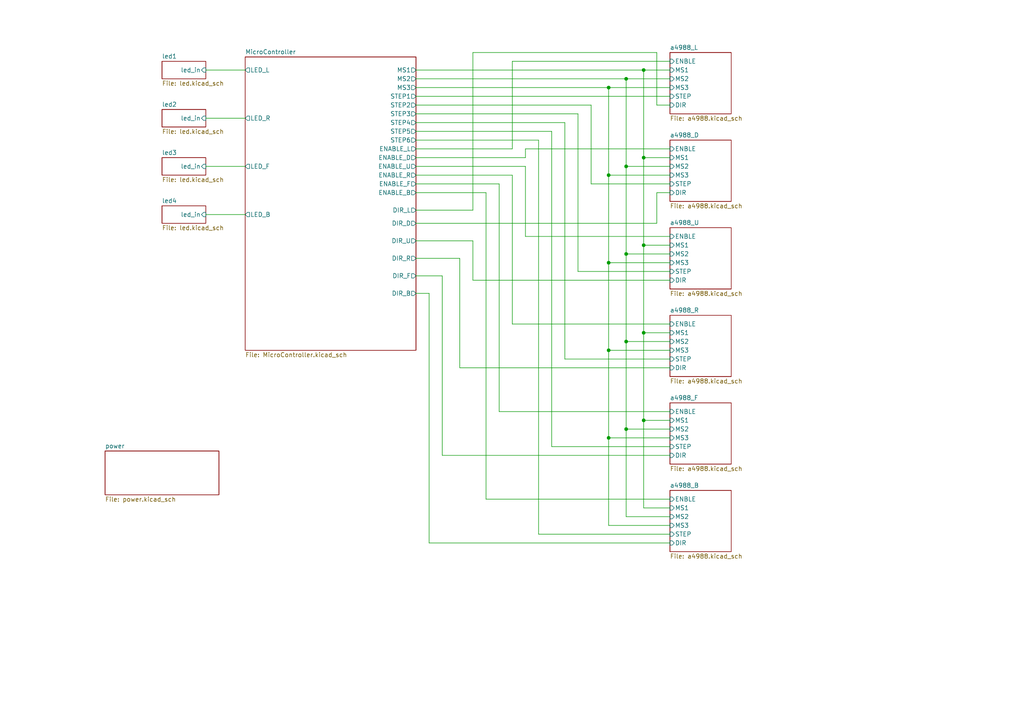
<source format=kicad_sch>
(kicad_sch
	(version 20231120)
	(generator "eeschema")
	(generator_version "8.0")
	(uuid "1630ca0c-51c9-4aeb-9f5b-af64c3de63e1")
	(paper "A4")
	(lib_symbols)
	(junction
		(at 176.53 101.6)
		(diameter 0)
		(color 0 0 0 0)
		(uuid "00db711d-017c-46c5-a552-748b9ee8d59f")
	)
	(junction
		(at 176.53 76.2)
		(diameter 0)
		(color 0 0 0 0)
		(uuid "0cc5e8e5-f01c-4d00-9459-d4c23bbfbfe6")
	)
	(junction
		(at 181.61 22.86)
		(diameter 0)
		(color 0 0 0 0)
		(uuid "0fd47ab1-63f9-4144-bea3-757d000bc36a")
	)
	(junction
		(at 176.53 25.4)
		(diameter 0)
		(color 0 0 0 0)
		(uuid "1b10d39f-ff63-4a0a-bab0-7476b572127a")
	)
	(junction
		(at 186.69 20.32)
		(diameter 0)
		(color 0 0 0 0)
		(uuid "6cd17bde-29e1-4cc9-ab0b-3ad10a4a1db8")
	)
	(junction
		(at 181.61 73.66)
		(diameter 0)
		(color 0 0 0 0)
		(uuid "785e9d48-79fa-4842-aa8a-ec0c0c7a434f")
	)
	(junction
		(at 176.53 127)
		(diameter 0)
		(color 0 0 0 0)
		(uuid "78b3cc23-d35e-41d6-b195-b87e95a85e24")
	)
	(junction
		(at 176.53 50.8)
		(diameter 0)
		(color 0 0 0 0)
		(uuid "80ef80ab-8c78-476d-9d29-e4a4c316a81d")
	)
	(junction
		(at 186.69 71.12)
		(diameter 0)
		(color 0 0 0 0)
		(uuid "8dde7ac6-9361-4772-9913-a194479d3fa9")
	)
	(junction
		(at 181.61 99.06)
		(diameter 0)
		(color 0 0 0 0)
		(uuid "97c9f9fb-4eb3-4cc2-9b9f-9ef2a85e6a8a")
	)
	(junction
		(at 186.69 121.92)
		(diameter 0)
		(color 0 0 0 0)
		(uuid "ad1f1022-fbd0-4f15-b998-60c4b7f80839")
	)
	(junction
		(at 186.69 45.72)
		(diameter 0)
		(color 0 0 0 0)
		(uuid "b54cb85a-c4c9-4ae6-865c-f906d804c559")
	)
	(junction
		(at 181.61 124.46)
		(diameter 0)
		(color 0 0 0 0)
		(uuid "c4ed2d3b-4504-477a-9f96-498f72de1c36")
	)
	(junction
		(at 186.69 96.52)
		(diameter 0)
		(color 0 0 0 0)
		(uuid "c976edf1-62a6-47cd-9c85-6fe59ac5f8e2")
	)
	(junction
		(at 181.61 48.26)
		(diameter 0)
		(color 0 0 0 0)
		(uuid "de885e5a-8978-4da6-80a4-d288d650720c")
	)
	(wire
		(pts
			(xy 156.21 40.64) (xy 156.21 154.94)
		)
		(stroke
			(width 0)
			(type default)
		)
		(uuid "03b45da7-f03d-4c79-a64e-964d5cb80830")
	)
	(wire
		(pts
			(xy 181.61 48.26) (xy 181.61 22.86)
		)
		(stroke
			(width 0)
			(type default)
		)
		(uuid "0505ce4e-c569-4550-82ac-6268fbacecdd")
	)
	(wire
		(pts
			(xy 194.31 22.86) (xy 181.61 22.86)
		)
		(stroke
			(width 0)
			(type default)
		)
		(uuid "0849c2e2-3dc5-402f-844e-6939548267fe")
	)
	(wire
		(pts
			(xy 176.53 50.8) (xy 176.53 25.4)
		)
		(stroke
			(width 0)
			(type default)
		)
		(uuid "08e508fb-fbb5-497f-b499-98cc685b284a")
	)
	(wire
		(pts
			(xy 120.65 20.32) (xy 186.69 20.32)
		)
		(stroke
			(width 0)
			(type default)
		)
		(uuid "096233a1-5f38-448d-bf72-7ffe0e88bb6d")
	)
	(wire
		(pts
			(xy 148.59 93.98) (xy 194.31 93.98)
		)
		(stroke
			(width 0)
			(type default)
		)
		(uuid "0bbc0c61-0961-411a-9721-8d3995db7306")
	)
	(wire
		(pts
			(xy 186.69 45.72) (xy 186.69 20.32)
		)
		(stroke
			(width 0)
			(type default)
		)
		(uuid "0bc527a4-87c3-4acc-97a1-dd4eb08b93fd")
	)
	(wire
		(pts
			(xy 194.31 124.46) (xy 181.61 124.46)
		)
		(stroke
			(width 0)
			(type default)
		)
		(uuid "0c599099-4926-4098-bc5e-6b0df432fd60")
	)
	(wire
		(pts
			(xy 167.64 78.74) (xy 194.31 78.74)
		)
		(stroke
			(width 0)
			(type default)
		)
		(uuid "10aa4332-3969-479f-9bfe-9e1c13dde9dc")
	)
	(wire
		(pts
			(xy 186.69 20.32) (xy 194.31 20.32)
		)
		(stroke
			(width 0)
			(type default)
		)
		(uuid "1c9fc98c-e224-4ed8-a1ff-5228155ac9ba")
	)
	(wire
		(pts
			(xy 194.31 45.72) (xy 186.69 45.72)
		)
		(stroke
			(width 0)
			(type default)
		)
		(uuid "1f797d4e-5f8d-48b1-8775-b2d2d42e7423")
	)
	(wire
		(pts
			(xy 160.02 38.1) (xy 160.02 129.54)
		)
		(stroke
			(width 0)
			(type default)
		)
		(uuid "2166a4f7-1f79-4fb2-8dd0-7a8f7a2efc49")
	)
	(wire
		(pts
			(xy 133.35 74.93) (xy 133.35 106.68)
		)
		(stroke
			(width 0)
			(type default)
		)
		(uuid "21cb3063-4f54-43a1-a575-27e945a7b4dd")
	)
	(wire
		(pts
			(xy 194.31 50.8) (xy 176.53 50.8)
		)
		(stroke
			(width 0)
			(type default)
		)
		(uuid "2700652b-83e5-4f42-88f2-1194655b34f8")
	)
	(wire
		(pts
			(xy 194.31 121.92) (xy 186.69 121.92)
		)
		(stroke
			(width 0)
			(type default)
		)
		(uuid "29aad657-4444-41c9-a581-a270c7300ef7")
	)
	(wire
		(pts
			(xy 181.61 73.66) (xy 181.61 99.06)
		)
		(stroke
			(width 0)
			(type default)
		)
		(uuid "2e431d39-2657-4b9f-aec6-08b5187d1fe6")
	)
	(wire
		(pts
			(xy 120.65 25.4) (xy 176.53 25.4)
		)
		(stroke
			(width 0)
			(type default)
		)
		(uuid "300753ab-0121-4672-b245-8da8875f8fc6")
	)
	(wire
		(pts
			(xy 59.69 20.32) (xy 71.12 20.32)
		)
		(stroke
			(width 0)
			(type default)
		)
		(uuid "31ab7f5c-6b39-4458-a65d-60f74725e27f")
	)
	(wire
		(pts
			(xy 194.31 149.86) (xy 181.61 149.86)
		)
		(stroke
			(width 0)
			(type default)
		)
		(uuid "32c8b98b-fcd9-4bfb-94d2-2d829d61086d")
	)
	(wire
		(pts
			(xy 171.45 53.34) (xy 194.31 53.34)
		)
		(stroke
			(width 0)
			(type default)
		)
		(uuid "348660bd-9971-4638-a9d6-fface6f4f4fe")
	)
	(wire
		(pts
			(xy 120.65 60.96) (xy 137.16 60.96)
		)
		(stroke
			(width 0)
			(type default)
		)
		(uuid "3599988e-bbdc-4126-b1f8-a309696dff1a")
	)
	(wire
		(pts
			(xy 140.97 55.88) (xy 140.97 144.78)
		)
		(stroke
			(width 0)
			(type default)
		)
		(uuid "388b7d44-c600-428a-aa30-0fce71066d6f")
	)
	(wire
		(pts
			(xy 181.61 73.66) (xy 181.61 48.26)
		)
		(stroke
			(width 0)
			(type default)
		)
		(uuid "393c4930-93e8-4591-97b8-3ec9fa6e78cf")
	)
	(wire
		(pts
			(xy 194.31 76.2) (xy 176.53 76.2)
		)
		(stroke
			(width 0)
			(type default)
		)
		(uuid "3c348d4c-bb4f-418f-9651-53aeef974841")
	)
	(wire
		(pts
			(xy 186.69 96.52) (xy 186.69 71.12)
		)
		(stroke
			(width 0)
			(type default)
		)
		(uuid "40a2c1bf-acb1-4493-b98b-578cb6806332")
	)
	(wire
		(pts
			(xy 194.31 48.26) (xy 181.61 48.26)
		)
		(stroke
			(width 0)
			(type default)
		)
		(uuid "41128b18-0d7d-4f2a-9a49-6eaa628407dc")
	)
	(wire
		(pts
			(xy 176.53 101.6) (xy 176.53 76.2)
		)
		(stroke
			(width 0)
			(type default)
		)
		(uuid "42a37420-ef58-4db7-abe9-8317bf8e34b4")
	)
	(wire
		(pts
			(xy 181.61 99.06) (xy 194.31 99.06)
		)
		(stroke
			(width 0)
			(type default)
		)
		(uuid "43c46288-c334-4433-a7bc-0976313aaaf7")
	)
	(wire
		(pts
			(xy 120.65 80.01) (xy 128.27 80.01)
		)
		(stroke
			(width 0)
			(type default)
		)
		(uuid "444bc5a5-73c4-40b7-8487-45f85d81ca5b")
	)
	(wire
		(pts
			(xy 190.5 55.88) (xy 190.5 64.77)
		)
		(stroke
			(width 0)
			(type default)
		)
		(uuid "452254d9-ca37-462a-9c3a-6e078a35f32d")
	)
	(wire
		(pts
			(xy 163.83 35.56) (xy 163.83 104.14)
		)
		(stroke
			(width 0)
			(type default)
		)
		(uuid "45cdd72b-c7ee-4949-a781-5445ac843688")
	)
	(wire
		(pts
			(xy 120.65 48.26) (xy 152.4 48.26)
		)
		(stroke
			(width 0)
			(type default)
		)
		(uuid "47af97dc-a23e-407c-98af-621d0e965b96")
	)
	(wire
		(pts
			(xy 59.69 48.26) (xy 71.12 48.26)
		)
		(stroke
			(width 0)
			(type default)
		)
		(uuid "490e745c-f791-437c-a2e2-f40726402438")
	)
	(wire
		(pts
			(xy 152.4 45.72) (xy 152.4 43.18)
		)
		(stroke
			(width 0)
			(type default)
		)
		(uuid "4b6ee32d-956c-4cd5-b960-909777563db3")
	)
	(wire
		(pts
			(xy 120.65 64.77) (xy 190.5 64.77)
		)
		(stroke
			(width 0)
			(type default)
		)
		(uuid "53aac38d-33bf-45f0-9a9e-b09f396c434c")
	)
	(wire
		(pts
			(xy 59.69 34.29) (xy 71.12 34.29)
		)
		(stroke
			(width 0)
			(type default)
		)
		(uuid "54e2fab2-2779-4cfc-ab60-d73d4b4cf825")
	)
	(wire
		(pts
			(xy 148.59 17.78) (xy 194.31 17.78)
		)
		(stroke
			(width 0)
			(type default)
		)
		(uuid "5686d86b-e00c-4e88-ae1b-1e3af69b8ffd")
	)
	(wire
		(pts
			(xy 148.59 50.8) (xy 148.59 93.98)
		)
		(stroke
			(width 0)
			(type default)
		)
		(uuid "5ef21d66-3c14-4206-84c5-0b685810a450")
	)
	(wire
		(pts
			(xy 128.27 132.08) (xy 194.31 132.08)
		)
		(stroke
			(width 0)
			(type default)
		)
		(uuid "62229701-8a2c-4680-8b0c-ba49f13a5e11")
	)
	(wire
		(pts
			(xy 144.78 119.38) (xy 194.31 119.38)
		)
		(stroke
			(width 0)
			(type default)
		)
		(uuid "66b46e52-97a2-48b1-b68b-25e5a6c41323")
	)
	(wire
		(pts
			(xy 152.4 43.18) (xy 194.31 43.18)
		)
		(stroke
			(width 0)
			(type default)
		)
		(uuid "6818bcb2-77e9-45f3-960d-b4eb31308e07")
	)
	(wire
		(pts
			(xy 176.53 127) (xy 176.53 101.6)
		)
		(stroke
			(width 0)
			(type default)
		)
		(uuid "69f68fc4-aaf2-41eb-8a7f-d247c30b31ce")
	)
	(wire
		(pts
			(xy 137.16 69.85) (xy 137.16 81.28)
		)
		(stroke
			(width 0)
			(type default)
		)
		(uuid "6b8fe9b0-64b3-4b87-b6b0-b4e4b77c9c2f")
	)
	(wire
		(pts
			(xy 144.78 53.34) (xy 144.78 119.38)
		)
		(stroke
			(width 0)
			(type default)
		)
		(uuid "6c248a4e-5865-4b9b-8ed2-1d799bb8e6cf")
	)
	(wire
		(pts
			(xy 120.65 38.1) (xy 160.02 38.1)
		)
		(stroke
			(width 0)
			(type default)
		)
		(uuid "70b1a5da-bffb-4f3e-ab56-8b5f0bd40d06")
	)
	(wire
		(pts
			(xy 133.35 106.68) (xy 194.31 106.68)
		)
		(stroke
			(width 0)
			(type default)
		)
		(uuid "71afd45e-0e94-4a15-93bb-b71d86536c2b")
	)
	(wire
		(pts
			(xy 190.5 30.48) (xy 190.5 15.24)
		)
		(stroke
			(width 0)
			(type default)
		)
		(uuid "72f466eb-88ca-4469-b41d-92b19a9fb246")
	)
	(wire
		(pts
			(xy 176.53 76.2) (xy 176.53 50.8)
		)
		(stroke
			(width 0)
			(type default)
		)
		(uuid "75548827-f9eb-4b19-837c-e3319647e213")
	)
	(wire
		(pts
			(xy 176.53 25.4) (xy 194.31 25.4)
		)
		(stroke
			(width 0)
			(type default)
		)
		(uuid "7c2cbdcd-786c-4ead-b460-7991c7b42ea2")
	)
	(wire
		(pts
			(xy 59.69 62.23) (xy 71.12 62.23)
		)
		(stroke
			(width 0)
			(type default)
		)
		(uuid "7d4fb1c7-4f98-463e-98a8-aa71b5ddd19f")
	)
	(wire
		(pts
			(xy 124.46 157.48) (xy 194.31 157.48)
		)
		(stroke
			(width 0)
			(type default)
		)
		(uuid "7e691e7a-fc85-48c9-87d4-42050e7f0bb0")
	)
	(wire
		(pts
			(xy 120.65 69.85) (xy 137.16 69.85)
		)
		(stroke
			(width 0)
			(type default)
		)
		(uuid "8431db77-3256-48f1-b18b-647559339509")
	)
	(wire
		(pts
			(xy 194.31 30.48) (xy 190.5 30.48)
		)
		(stroke
			(width 0)
			(type default)
		)
		(uuid "855646d6-42dd-445d-9f30-bdd91eecd663")
	)
	(wire
		(pts
			(xy 194.31 152.4) (xy 176.53 152.4)
		)
		(stroke
			(width 0)
			(type default)
		)
		(uuid "87bc778d-9ab9-4096-bd10-9c5b7ea7dece")
	)
	(wire
		(pts
			(xy 156.21 154.94) (xy 194.31 154.94)
		)
		(stroke
			(width 0)
			(type default)
		)
		(uuid "8841caf2-f451-491e-906a-917da321cb21")
	)
	(wire
		(pts
			(xy 186.69 71.12) (xy 186.69 45.72)
		)
		(stroke
			(width 0)
			(type default)
		)
		(uuid "91a139ff-8356-47e6-8144-8c5d45b7d58f")
	)
	(wire
		(pts
			(xy 120.65 22.86) (xy 181.61 22.86)
		)
		(stroke
			(width 0)
			(type default)
		)
		(uuid "92e19929-044a-4c8a-be21-4bc1da93abb8")
	)
	(wire
		(pts
			(xy 186.69 121.92) (xy 186.69 96.52)
		)
		(stroke
			(width 0)
			(type default)
		)
		(uuid "95c83840-d6d3-4518-919f-9082c43af017")
	)
	(wire
		(pts
			(xy 194.31 55.88) (xy 190.5 55.88)
		)
		(stroke
			(width 0)
			(type default)
		)
		(uuid "9b8bb993-f39a-4485-9735-690a58925178")
	)
	(wire
		(pts
			(xy 148.59 43.18) (xy 148.59 17.78)
		)
		(stroke
			(width 0)
			(type default)
		)
		(uuid "9c3bb325-fd6f-4cd9-97d3-9301046b3d61")
	)
	(wire
		(pts
			(xy 137.16 15.24) (xy 137.16 60.96)
		)
		(stroke
			(width 0)
			(type default)
		)
		(uuid "a0644065-8f7b-44bf-b618-28681535bac6")
	)
	(wire
		(pts
			(xy 120.65 85.09) (xy 124.46 85.09)
		)
		(stroke
			(width 0)
			(type default)
		)
		(uuid "a8987e7b-8e12-44b3-9550-b3d4b37fec7d")
	)
	(wire
		(pts
			(xy 120.65 40.64) (xy 156.21 40.64)
		)
		(stroke
			(width 0)
			(type default)
		)
		(uuid "ac536d80-ba48-4dee-aa84-de9081fdd7ad")
	)
	(wire
		(pts
			(xy 120.65 33.02) (xy 167.64 33.02)
		)
		(stroke
			(width 0)
			(type default)
		)
		(uuid "ad6b7390-849d-49be-8cfb-6cb909e2c1da")
	)
	(wire
		(pts
			(xy 128.27 80.01) (xy 128.27 132.08)
		)
		(stroke
			(width 0)
			(type default)
		)
		(uuid "adb2a8d5-bf66-48b1-a361-c28998d3ec41")
	)
	(wire
		(pts
			(xy 140.97 144.78) (xy 194.31 144.78)
		)
		(stroke
			(width 0)
			(type default)
		)
		(uuid "b2e05e05-ce0d-47dd-87e4-76ff8386af35")
	)
	(wire
		(pts
			(xy 167.64 33.02) (xy 167.64 78.74)
		)
		(stroke
			(width 0)
			(type default)
		)
		(uuid "b39d9d88-ddb4-49ce-8876-04173f6bcf4f")
	)
	(wire
		(pts
			(xy 120.65 27.94) (xy 194.31 27.94)
		)
		(stroke
			(width 0)
			(type default)
		)
		(uuid "b442fc77-d829-48ea-8330-309c0cb7d644")
	)
	(wire
		(pts
			(xy 176.53 127) (xy 194.31 127)
		)
		(stroke
			(width 0)
			(type default)
		)
		(uuid "b5ebda53-03d3-488c-a982-453a4c152f9f")
	)
	(wire
		(pts
			(xy 120.65 74.93) (xy 133.35 74.93)
		)
		(stroke
			(width 0)
			(type default)
		)
		(uuid "b72ee77d-1bad-4a4a-bfaa-475530fb68a2")
	)
	(wire
		(pts
			(xy 171.45 30.48) (xy 171.45 53.34)
		)
		(stroke
			(width 0)
			(type default)
		)
		(uuid "b9369f41-368f-4286-851f-90cf218b14c1")
	)
	(wire
		(pts
			(xy 194.31 73.66) (xy 181.61 73.66)
		)
		(stroke
			(width 0)
			(type default)
		)
		(uuid "ba50b4f9-9a7c-4b7e-a301-83bafe82187d")
	)
	(wire
		(pts
			(xy 120.65 50.8) (xy 148.59 50.8)
		)
		(stroke
			(width 0)
			(type default)
		)
		(uuid "bbe94660-09c9-43f4-bfa9-e9a21139797c")
	)
	(wire
		(pts
			(xy 190.5 15.24) (xy 137.16 15.24)
		)
		(stroke
			(width 0)
			(type default)
		)
		(uuid "bed7329e-31dd-4088-ba69-724dd54b0f7f")
	)
	(wire
		(pts
			(xy 152.4 68.58) (xy 194.31 68.58)
		)
		(stroke
			(width 0)
			(type default)
		)
		(uuid "c1d085dd-1ec4-46df-b596-ac0d9f433067")
	)
	(wire
		(pts
			(xy 124.46 85.09) (xy 124.46 157.48)
		)
		(stroke
			(width 0)
			(type default)
		)
		(uuid "c8544f78-ad7d-4c0d-aea3-f5c7e4320e1d")
	)
	(wire
		(pts
			(xy 120.65 43.18) (xy 148.59 43.18)
		)
		(stroke
			(width 0)
			(type default)
		)
		(uuid "cba6abda-f2e1-473d-bd99-ff52610197c0")
	)
	(wire
		(pts
			(xy 181.61 149.86) (xy 181.61 124.46)
		)
		(stroke
			(width 0)
			(type default)
		)
		(uuid "d1790a09-e78d-48a2-a68a-a36c06beb143")
	)
	(wire
		(pts
			(xy 194.31 71.12) (xy 186.69 71.12)
		)
		(stroke
			(width 0)
			(type default)
		)
		(uuid "d1d5fef5-4aa0-48a3-9489-7ad36367eca9")
	)
	(wire
		(pts
			(xy 181.61 124.46) (xy 181.61 99.06)
		)
		(stroke
			(width 0)
			(type default)
		)
		(uuid "d2f2ecd6-3b96-4564-abc5-282b997416d4")
	)
	(wire
		(pts
			(xy 120.65 55.88) (xy 140.97 55.88)
		)
		(stroke
			(width 0)
			(type default)
		)
		(uuid "d3f80f2f-4a65-40f2-aa3a-21f1811a0139")
	)
	(wire
		(pts
			(xy 152.4 48.26) (xy 152.4 68.58)
		)
		(stroke
			(width 0)
			(type default)
		)
		(uuid "d53c9415-0166-4496-958e-3f4cb746fd17")
	)
	(wire
		(pts
			(xy 186.69 147.32) (xy 186.69 121.92)
		)
		(stroke
			(width 0)
			(type default)
		)
		(uuid "d80c0017-a0ba-4115-bfc7-9ed75de76f29")
	)
	(wire
		(pts
			(xy 120.65 30.48) (xy 171.45 30.48)
		)
		(stroke
			(width 0)
			(type default)
		)
		(uuid "d8734f68-af83-4a4b-8136-16b96c0d2b02")
	)
	(wire
		(pts
			(xy 163.83 104.14) (xy 194.31 104.14)
		)
		(stroke
			(width 0)
			(type default)
		)
		(uuid "d9ca21e9-51df-44a8-a96d-085cb8df6e17")
	)
	(wire
		(pts
			(xy 176.53 152.4) (xy 176.53 127)
		)
		(stroke
			(width 0)
			(type default)
		)
		(uuid "da5aa829-6e9c-49bd-9a05-cf540e63f5bb")
	)
	(wire
		(pts
			(xy 120.65 45.72) (xy 152.4 45.72)
		)
		(stroke
			(width 0)
			(type default)
		)
		(uuid "dd5480ea-4aff-4a7e-971f-fbd7290134ae")
	)
	(wire
		(pts
			(xy 137.16 81.28) (xy 194.31 81.28)
		)
		(stroke
			(width 0)
			(type default)
		)
		(uuid "e2b1932b-3f75-4b81-b85e-14db312f0521")
	)
	(wire
		(pts
			(xy 194.31 147.32) (xy 186.69 147.32)
		)
		(stroke
			(width 0)
			(type default)
		)
		(uuid "e9fa8088-0186-4c4c-8934-26b583b4e5e2")
	)
	(wire
		(pts
			(xy 160.02 129.54) (xy 194.31 129.54)
		)
		(stroke
			(width 0)
			(type default)
		)
		(uuid "eda84c0f-a0c4-40e2-978f-78e59faa3df9")
	)
	(wire
		(pts
			(xy 194.31 96.52) (xy 186.69 96.52)
		)
		(stroke
			(width 0)
			(type default)
		)
		(uuid "ef7b5231-04a7-4393-a4a1-1d4070e43be7")
	)
	(wire
		(pts
			(xy 194.31 101.6) (xy 176.53 101.6)
		)
		(stroke
			(width 0)
			(type default)
		)
		(uuid "f117c143-745a-4881-95cc-afe17c31bc03")
	)
	(wire
		(pts
			(xy 120.65 53.34) (xy 144.78 53.34)
		)
		(stroke
			(width 0)
			(type default)
		)
		(uuid "f5a589aa-4dce-4bed-9935-6049df29032e")
	)
	(wire
		(pts
			(xy 120.65 35.56) (xy 163.83 35.56)
		)
		(stroke
			(width 0)
			(type default)
		)
		(uuid "f7892473-f894-47aa-80ae-fda793d380b4")
	)
	(sheet
		(at 194.31 66.04)
		(size 17.78 17.78)
		(fields_autoplaced yes)
		(stroke
			(width 0.1524)
			(type solid)
		)
		(fill
			(color 0 0 0 0.0000)
		)
		(uuid "103503f4-301a-4254-a453-92c8a3ed8cc9")
		(property "Sheetname" "a4988_U"
			(at 194.31 65.3284 0)
			(effects
				(font
					(size 1.27 1.27)
				)
				(justify left bottom)
			)
		)
		(property "Sheetfile" "a4988.kicad_sch"
			(at 194.31 84.4046 0)
			(effects
				(font
					(size 1.27 1.27)
				)
				(justify left top)
			)
		)
		(pin "ENBLE" input
			(at 194.31 68.58 180)
			(effects
				(font
					(size 1.27 1.27)
				)
				(justify left)
			)
			(uuid "eeb02e8e-0bec-4dae-92fe-47752b670c52")
		)
		(pin "MS1" input
			(at 194.31 71.12 180)
			(effects
				(font
					(size 1.27 1.27)
				)
				(justify left)
			)
			(uuid "d178b544-3d1f-4a8c-b4b6-498d45ed9529")
		)
		(pin "MS2" input
			(at 194.31 73.66 180)
			(effects
				(font
					(size 1.27 1.27)
				)
				(justify left)
			)
			(uuid "7013c5b5-a4c5-4c3a-b8de-b0fbd12c2f84")
		)
		(pin "MS3" input
			(at 194.31 76.2 180)
			(effects
				(font
					(size 1.27 1.27)
				)
				(justify left)
			)
			(uuid "f7d82949-9e6e-423a-9bb6-37a57a5d51fc")
		)
		(pin "STEP" input
			(at 194.31 78.74 180)
			(effects
				(font
					(size 1.27 1.27)
				)
				(justify left)
			)
			(uuid "d03f542c-cac8-48b7-9ceb-10c93d04f2c1")
		)
		(pin "DIR" input
			(at 194.31 81.28 180)
			(effects
				(font
					(size 1.27 1.27)
				)
				(justify left)
			)
			(uuid "f275e62f-1d58-403a-a75e-f03fcc9c5577")
		)
		(instances
			(project "main"
				(path "/1630ca0c-51c9-4aeb-9f5b-af64c3de63e1"
					(page "5")
				)
			)
		)
	)
	(sheet
		(at 194.31 142.24)
		(size 17.78 17.78)
		(fields_autoplaced yes)
		(stroke
			(width 0.1524)
			(type solid)
		)
		(fill
			(color 0 0 0 0.0000)
		)
		(uuid "2d6b7ef8-86e0-4ca0-8670-989201bb5140")
		(property "Sheetname" "a4988_B"
			(at 194.31 141.5284 0)
			(effects
				(font
					(size 1.27 1.27)
				)
				(justify left bottom)
			)
		)
		(property "Sheetfile" "a4988.kicad_sch"
			(at 194.31 160.6046 0)
			(effects
				(font
					(size 1.27 1.27)
				)
				(justify left top)
			)
		)
		(pin "ENBLE" input
			(at 194.31 144.78 180)
			(effects
				(font
					(size 1.27 1.27)
				)
				(justify left)
			)
			(uuid "f5b288cd-15ae-411c-9442-500de97012e5")
		)
		(pin "MS1" input
			(at 194.31 147.32 180)
			(effects
				(font
					(size 1.27 1.27)
				)
				(justify left)
			)
			(uuid "73b87fdd-0858-498f-9468-71f1874acb47")
		)
		(pin "MS2" input
			(at 194.31 149.86 180)
			(effects
				(font
					(size 1.27 1.27)
				)
				(justify left)
			)
			(uuid "f2a2a53c-457e-49a2-9136-49a1f02392c6")
		)
		(pin "MS3" input
			(at 194.31 152.4 180)
			(effects
				(font
					(size 1.27 1.27)
				)
				(justify left)
			)
			(uuid "f75b1f42-13c0-41e0-87c5-0ced210d0cce")
		)
		(pin "STEP" input
			(at 194.31 154.94 180)
			(effects
				(font
					(size 1.27 1.27)
				)
				(justify left)
			)
			(uuid "a61ab6eb-db73-4718-bb75-22f4b1322332")
		)
		(pin "DIR" input
			(at 194.31 157.48 180)
			(effects
				(font
					(size 1.27 1.27)
				)
				(justify left)
			)
			(uuid "07351840-2efd-405c-9afa-343eee8d51e2")
		)
		(instances
			(project "main"
				(path "/1630ca0c-51c9-4aeb-9f5b-af64c3de63e1"
					(page "8")
				)
			)
		)
	)
	(sheet
		(at 194.31 15.24)
		(size 17.78 17.78)
		(fields_autoplaced yes)
		(stroke
			(width 0.1524)
			(type solid)
		)
		(fill
			(color 0 0 0 0.0000)
		)
		(uuid "401a9c1a-d5ca-4155-8f22-42356cc5ee41")
		(property "Sheetname" "a4988_L"
			(at 194.31 14.5284 0)
			(effects
				(font
					(size 1.27 1.27)
				)
				(justify left bottom)
			)
		)
		(property "Sheetfile" "a4988.kicad_sch"
			(at 194.31 33.6046 0)
			(effects
				(font
					(size 1.27 1.27)
				)
				(justify left top)
			)
		)
		(pin "ENBLE" input
			(at 194.31 17.78 180)
			(effects
				(font
					(size 1.27 1.27)
				)
				(justify left)
			)
			(uuid "4d602de9-9f20-497b-9ed3-769a5d1f4bdf")
		)
		(pin "MS1" input
			(at 194.31 20.32 180)
			(effects
				(font
					(size 1.27 1.27)
				)
				(justify left)
			)
			(uuid "b4ad3706-bfb8-451f-bfd8-8decf7a5896f")
		)
		(pin "MS2" input
			(at 194.31 22.86 180)
			(effects
				(font
					(size 1.27 1.27)
				)
				(justify left)
			)
			(uuid "7ed4db9e-0f2a-4e79-8976-ed26df2c0ae5")
		)
		(pin "MS3" input
			(at 194.31 25.4 180)
			(effects
				(font
					(size 1.27 1.27)
				)
				(justify left)
			)
			(uuid "89c64e5b-9508-45e7-b719-132fca138ce6")
		)
		(pin "STEP" input
			(at 194.31 27.94 180)
			(effects
				(font
					(size 1.27 1.27)
				)
				(justify left)
			)
			(uuid "e8fa625f-973c-4b1f-9f19-d7f4e0fbebec")
		)
		(pin "DIR" input
			(at 194.31 30.48 180)
			(effects
				(font
					(size 1.27 1.27)
				)
				(justify left)
			)
			(uuid "3d3e952f-5ab3-49e2-8b40-6e35fea951f5")
		)
		(instances
			(project "main"
				(path "/1630ca0c-51c9-4aeb-9f5b-af64c3de63e1"
					(page "6")
				)
			)
		)
	)
	(sheet
		(at 194.31 91.44)
		(size 17.78 17.78)
		(fields_autoplaced yes)
		(stroke
			(width 0.1524)
			(type solid)
		)
		(fill
			(color 0 0 0 0.0000)
		)
		(uuid "6fe50012-32ed-417f-9e9a-0dea5837a6e1")
		(property "Sheetname" "a4988_R"
			(at 194.31 90.7284 0)
			(effects
				(font
					(size 1.27 1.27)
				)
				(justify left bottom)
			)
		)
		(property "Sheetfile" "a4988.kicad_sch"
			(at 194.31 109.8046 0)
			(effects
				(font
					(size 1.27 1.27)
				)
				(justify left top)
			)
		)
		(pin "ENBLE" input
			(at 194.31 93.98 180)
			(effects
				(font
					(size 1.27 1.27)
				)
				(justify left)
			)
			(uuid "99064073-67b8-437a-8732-689f97f511f5")
		)
		(pin "MS1" input
			(at 194.31 96.52 180)
			(effects
				(font
					(size 1.27 1.27)
				)
				(justify left)
			)
			(uuid "d199b1cb-f831-45bc-96eb-c351574f7f7c")
		)
		(pin "MS2" input
			(at 194.31 99.06 180)
			(effects
				(font
					(size 1.27 1.27)
				)
				(justify left)
			)
			(uuid "76e32dcc-988a-401f-8f20-9e341c771aa3")
		)
		(pin "MS3" input
			(at 194.31 101.6 180)
			(effects
				(font
					(size 1.27 1.27)
				)
				(justify left)
			)
			(uuid "7ecf74cb-f7a0-4c85-9c7b-ea3be80c5743")
		)
		(pin "STEP" input
			(at 194.31 104.14 180)
			(effects
				(font
					(size 1.27 1.27)
				)
				(justify left)
			)
			(uuid "c8a5725c-0ad9-4927-ae3d-97807cc60571")
		)
		(pin "DIR" input
			(at 194.31 106.68 180)
			(effects
				(font
					(size 1.27 1.27)
				)
				(justify left)
			)
			(uuid "e84a71ac-cac4-4a11-9f14-c5058a77fe3a")
		)
		(instances
			(project "main"
				(path "/1630ca0c-51c9-4aeb-9f5b-af64c3de63e1"
					(page "10")
				)
			)
		)
	)
	(sheet
		(at 46.99 31.75)
		(size 12.7 5.08)
		(fields_autoplaced yes)
		(stroke
			(width 0.1524)
			(type solid)
		)
		(fill
			(color 0 0 0 0.0000)
		)
		(uuid "74c6b7b8-a0c7-42ac-83d9-9103ac04caf3")
		(property "Sheetname" "led2"
			(at 46.99 31.0384 0)
			(effects
				(font
					(size 1.27 1.27)
				)
				(justify left bottom)
			)
		)
		(property "Sheetfile" "led.kicad_sch"
			(at 46.99 37.4146 0)
			(effects
				(font
					(size 1.27 1.27)
				)
				(justify left top)
			)
		)
		(pin "led_in" input
			(at 59.69 34.29 0)
			(effects
				(font
					(size 1.27 1.27)
				)
				(justify right)
			)
			(uuid "0a9a757e-c17d-42e2-a6b3-540af1860e48")
		)
		(instances
			(project "main"
				(path "/1630ca0c-51c9-4aeb-9f5b-af64c3de63e1"
					(page "9")
				)
			)
		)
	)
	(sheet
		(at 71.12 16.51)
		(size 49.53 85.09)
		(fields_autoplaced yes)
		(stroke
			(width 0.1524)
			(type solid)
		)
		(fill
			(color 0 0 0 0.0000)
		)
		(uuid "890f87e9-49c3-4c63-bb8a-5b1e557cbd26")
		(property "Sheetname" "MicroController"
			(at 71.12 15.7984 0)
			(effects
				(font
					(size 1.27 1.27)
				)
				(justify left bottom)
			)
		)
		(property "Sheetfile" "MicroController.kicad_sch"
			(at 71.12 102.1846 0)
			(effects
				(font
					(size 1.27 1.27)
				)
				(justify left top)
			)
		)
		(pin "MS1" output
			(at 120.65 20.32 0)
			(effects
				(font
					(size 1.27 1.27)
				)
				(justify right)
			)
			(uuid "3271c3c8-2af1-47f3-838e-29d71cceeb95")
		)
		(pin "MS2" output
			(at 120.65 22.86 0)
			(effects
				(font
					(size 1.27 1.27)
				)
				(justify right)
			)
			(uuid "ef28df0b-feaa-4e61-9f72-480ea5b316f9")
		)
		(pin "MS3" output
			(at 120.65 25.4 0)
			(effects
				(font
					(size 1.27 1.27)
				)
				(justify right)
			)
			(uuid "244fabe4-da94-4bea-a389-1a049e3ba1ba")
		)
		(pin "STEP1" output
			(at 120.65 27.94 0)
			(effects
				(font
					(size 1.27 1.27)
				)
				(justify right)
			)
			(uuid "a3838abf-f673-4bd0-b158-ab5fcd858c4b")
		)
		(pin "STEP6" output
			(at 120.65 40.64 0)
			(effects
				(font
					(size 1.27 1.27)
				)
				(justify right)
			)
			(uuid "fd33f663-6086-4422-96c2-e580c0634343")
		)
		(pin "STEP2" output
			(at 120.65 30.48 0)
			(effects
				(font
					(size 1.27 1.27)
				)
				(justify right)
			)
			(uuid "574cc46c-0d86-4a6d-a1c7-95a5342bd2df")
		)
		(pin "STEP3" output
			(at 120.65 33.02 0)
			(effects
				(font
					(size 1.27 1.27)
				)
				(justify right)
			)
			(uuid "3aedf2d4-e7d8-4452-b7bf-23ae6f94dd54")
		)
		(pin "STEP4" output
			(at 120.65 35.56 0)
			(effects
				(font
					(size 1.27 1.27)
				)
				(justify right)
			)
			(uuid "abfbc53b-b747-4ecf-aa25-07c32b6ccc3f")
		)
		(pin "STEP5" output
			(at 120.65 38.1 0)
			(effects
				(font
					(size 1.27 1.27)
				)
				(justify right)
			)
			(uuid "45b7d49b-f181-42a7-b49a-eea7ef5ef032")
		)
		(pin "ENABLE_L" output
			(at 120.65 43.18 0)
			(effects
				(font
					(size 1.27 1.27)
				)
				(justify right)
			)
			(uuid "c9f77a68-4ac5-4949-b9b0-1e5c997eb6b7")
		)
		(pin "ENABLE_R" output
			(at 120.65 50.8 0)
			(effects
				(font
					(size 1.27 1.27)
				)
				(justify right)
			)
			(uuid "66924d78-2a09-4953-9823-e9d200aa3a17")
		)
		(pin "ENABLE_U" output
			(at 120.65 48.26 0)
			(effects
				(font
					(size 1.27 1.27)
				)
				(justify right)
			)
			(uuid "d1d491d8-23ac-4974-930f-b9b20ca78469")
		)
		(pin "ENABLE_D" output
			(at 120.65 45.72 0)
			(effects
				(font
					(size 1.27 1.27)
				)
				(justify right)
			)
			(uuid "5c30a152-1113-4fbb-bf90-848c3be80239")
		)
		(pin "DIR_L" output
			(at 120.65 60.96 0)
			(effects
				(font
					(size 1.27 1.27)
				)
				(justify right)
			)
			(uuid "d2d4de07-60d1-4ed7-bcd6-d0146132bccf")
		)
		(pin "ENABLE_B" output
			(at 120.65 55.88 0)
			(effects
				(font
					(size 1.27 1.27)
				)
				(justify right)
			)
			(uuid "5a27a9c4-767d-4152-a126-f46465f97864")
		)
		(pin "ENABLE_F" output
			(at 120.65 53.34 0)
			(effects
				(font
					(size 1.27 1.27)
				)
				(justify right)
			)
			(uuid "92ea23ff-24b8-42ed-ac1b-0388d5db6907")
		)
		(pin "DIR_D" output
			(at 120.65 64.77 0)
			(effects
				(font
					(size 1.27 1.27)
				)
				(justify right)
			)
			(uuid "63ca15de-762b-459d-ad97-49388337760e")
		)
		(pin "DIR_U" output
			(at 120.65 69.85 0)
			(effects
				(font
					(size 1.27 1.27)
				)
				(justify right)
			)
			(uuid "0f79f867-d2dd-4b67-bf6b-7ddb5d77421f")
		)
		(pin "DIR_R" output
			(at 120.65 74.93 0)
			(effects
				(font
					(size 1.27 1.27)
				)
				(justify right)
			)
			(uuid "b76b3148-4166-4ab2-a8cb-c743b6085818")
		)
		(pin "LED_B" output
			(at 71.12 62.23 180)
			(effects
				(font
					(size 1.27 1.27)
				)
				(justify left)
			)
			(uuid "74c0086c-2f8b-4f1b-9111-2b1747934a47")
		)
		(pin "DIR_F" output
			(at 120.65 80.01 0)
			(effects
				(font
					(size 1.27 1.27)
				)
				(justify right)
			)
			(uuid "05dec4b1-e811-4d7a-aafa-fada302e3c27")
		)
		(pin "DIR_B" output
			(at 120.65 85.09 0)
			(effects
				(font
					(size 1.27 1.27)
				)
				(justify right)
			)
			(uuid "534ae92a-ae77-4fbe-baac-1c1f42a28193")
		)
		(pin "LED_R" output
			(at 71.12 34.29 180)
			(effects
				(font
					(size 1.27 1.27)
				)
				(justify left)
			)
			(uuid "abca01e8-41ab-4fa9-8ff8-0d522e501969")
		)
		(pin "LED_L" output
			(at 71.12 20.32 180)
			(effects
				(font
					(size 1.27 1.27)
				)
				(justify left)
			)
			(uuid "68bb6df8-e6d3-4227-97ef-b491d87356db")
		)
		(pin "LED_F" output
			(at 71.12 48.26 180)
			(effects
				(font
					(size 1.27 1.27)
				)
				(justify left)
			)
			(uuid "0aa4f7de-3d82-4996-b242-13a2e5149512")
		)
		(instances
			(project "main"
				(path "/1630ca0c-51c9-4aeb-9f5b-af64c3de63e1"
					(page "2")
				)
			)
		)
	)
	(sheet
		(at 194.31 116.84)
		(size 17.78 17.78)
		(fields_autoplaced yes)
		(stroke
			(width 0.1524)
			(type solid)
		)
		(fill
			(color 0 0 0 0.0000)
		)
		(uuid "8e77d6c8-228c-437d-8941-77814efea6d3")
		(property "Sheetname" "a4988_F"
			(at 194.31 116.1284 0)
			(effects
				(font
					(size 1.27 1.27)
				)
				(justify left bottom)
			)
		)
		(property "Sheetfile" "a4988.kicad_sch"
			(at 194.31 135.2046 0)
			(effects
				(font
					(size 1.27 1.27)
				)
				(justify left top)
			)
		)
		(pin "ENBLE" input
			(at 194.31 119.38 180)
			(effects
				(font
					(size 1.27 1.27)
				)
				(justify left)
			)
			(uuid "657980fd-bcea-4dfa-99f9-e0ac632c6fef")
		)
		(pin "MS1" input
			(at 194.31 121.92 180)
			(effects
				(font
					(size 1.27 1.27)
				)
				(justify left)
			)
			(uuid "efd72deb-0d0c-4995-8c90-c37fca75c0e0")
		)
		(pin "MS2" input
			(at 194.31 124.46 180)
			(effects
				(font
					(size 1.27 1.27)
				)
				(justify left)
			)
			(uuid "1a2ee13b-9f61-4163-9f40-06ecfb810570")
		)
		(pin "MS3" input
			(at 194.31 127 180)
			(effects
				(font
					(size 1.27 1.27)
				)
				(justify left)
			)
			(uuid "71e0a095-d18f-4b4e-bdf4-577f53f61c97")
		)
		(pin "STEP" input
			(at 194.31 129.54 180)
			(effects
				(font
					(size 1.27 1.27)
				)
				(justify left)
			)
			(uuid "8bb7cf66-d313-420f-8118-b6dd8d3c83e0")
		)
		(pin "DIR" input
			(at 194.31 132.08 180)
			(effects
				(font
					(size 1.27 1.27)
				)
				(justify left)
			)
			(uuid "04db571b-f884-425e-91bd-f5dcbe2b85b9")
		)
		(instances
			(project "main"
				(path "/1630ca0c-51c9-4aeb-9f5b-af64c3de63e1"
					(page "7")
				)
			)
		)
	)
	(sheet
		(at 46.99 45.72)
		(size 12.7 5.08)
		(fields_autoplaced yes)
		(stroke
			(width 0.1524)
			(type solid)
		)
		(fill
			(color 0 0 0 0.0000)
		)
		(uuid "921fc570-1318-4fd8-abfd-17fb575b4358")
		(property "Sheetname" "led3"
			(at 46.99 45.0084 0)
			(effects
				(font
					(size 1.27 1.27)
				)
				(justify left bottom)
			)
		)
		(property "Sheetfile" "led.kicad_sch"
			(at 46.99 51.3846 0)
			(effects
				(font
					(size 1.27 1.27)
				)
				(justify left top)
			)
		)
		(pin "led_in" input
			(at 59.69 48.26 0)
			(effects
				(font
					(size 1.27 1.27)
				)
				(justify right)
			)
			(uuid "40ff1e99-b5e0-4d05-b99d-25df8a8e3ccd")
		)
		(instances
			(project "main"
				(path "/1630ca0c-51c9-4aeb-9f5b-af64c3de63e1"
					(page "11")
				)
			)
		)
	)
	(sheet
		(at 46.99 59.69)
		(size 12.7 5.08)
		(fields_autoplaced yes)
		(stroke
			(width 0.1524)
			(type solid)
		)
		(fill
			(color 0 0 0 0.0000)
		)
		(uuid "b78c16da-74af-4334-9017-c2140b9b5726")
		(property "Sheetname" "led4"
			(at 46.99 58.9784 0)
			(effects
				(font
					(size 1.27 1.27)
				)
				(justify left bottom)
			)
		)
		(property "Sheetfile" "led.kicad_sch"
			(at 46.99 65.3546 0)
			(effects
				(font
					(size 1.27 1.27)
				)
				(justify left top)
			)
		)
		(pin "led_in" input
			(at 59.69 62.23 0)
			(effects
				(font
					(size 1.27 1.27)
				)
				(justify right)
			)
			(uuid "9ae13ecf-e8d8-467e-9ee6-8d250bde063b")
		)
		(instances
			(project "main"
				(path "/1630ca0c-51c9-4aeb-9f5b-af64c3de63e1"
					(page "12")
				)
			)
		)
	)
	(sheet
		(at 194.31 40.64)
		(size 17.78 17.78)
		(fields_autoplaced yes)
		(stroke
			(width 0.1524)
			(type solid)
		)
		(fill
			(color 0 0 0 0.0000)
		)
		(uuid "c9adb4fd-a224-4f7d-ae2f-346dcd305a6d")
		(property "Sheetname" "a4988_D"
			(at 194.31 39.9284 0)
			(effects
				(font
					(size 1.27 1.27)
				)
				(justify left bottom)
			)
		)
		(property "Sheetfile" "a4988.kicad_sch"
			(at 194.31 59.0046 0)
			(effects
				(font
					(size 1.27 1.27)
				)
				(justify left top)
			)
		)
		(pin "ENBLE" input
			(at 194.31 43.18 180)
			(effects
				(font
					(size 1.27 1.27)
				)
				(justify left)
			)
			(uuid "9cae2f1a-9fdf-40f8-a905-4e8b76b9f1e2")
		)
		(pin "MS1" input
			(at 194.31 45.72 180)
			(effects
				(font
					(size 1.27 1.27)
				)
				(justify left)
			)
			(uuid "930ef19c-551a-4520-a7c0-4eb3e1a502e9")
		)
		(pin "MS2" input
			(at 194.31 48.26 180)
			(effects
				(font
					(size 1.27 1.27)
				)
				(justify left)
			)
			(uuid "9340c24e-5acb-4524-ab4e-111d785a3dcd")
		)
		(pin "MS3" input
			(at 194.31 50.8 180)
			(effects
				(font
					(size 1.27 1.27)
				)
				(justify left)
			)
			(uuid "238cf075-069c-42b9-a763-3047b09919b4")
		)
		(pin "STEP" input
			(at 194.31 53.34 180)
			(effects
				(font
					(size 1.27 1.27)
				)
				(justify left)
			)
			(uuid "220d0742-b26e-4177-bf48-07436f3c53b2")
		)
		(pin "DIR" input
			(at 194.31 55.88 180)
			(effects
				(font
					(size 1.27 1.27)
				)
				(justify left)
			)
			(uuid "87b22b31-3723-42c1-bb3f-37d2dd4807f0")
		)
		(instances
			(project "main"
				(path "/1630ca0c-51c9-4aeb-9f5b-af64c3de63e1"
					(page "4")
				)
			)
		)
	)
	(sheet
		(at 46.99 17.78)
		(size 12.7 5.08)
		(fields_autoplaced yes)
		(stroke
			(width 0.1524)
			(type solid)
		)
		(fill
			(color 0 0 0 0.0000)
		)
		(uuid "ded0eead-ed4f-4fa9-a2ac-ecfeb8f2a1bb")
		(property "Sheetname" "led1"
			(at 46.99 17.0684 0)
			(effects
				(font
					(size 1.27 1.27)
				)
				(justify left bottom)
			)
		)
		(property "Sheetfile" "led.kicad_sch"
			(at 46.99 23.4446 0)
			(effects
				(font
					(size 1.27 1.27)
				)
				(justify left top)
			)
		)
		(pin "led_in" input
			(at 59.69 20.32 0)
			(effects
				(font
					(size 1.27 1.27)
				)
				(justify right)
			)
			(uuid "34114041-f9af-4803-95ee-7643b4b93cd9")
		)
		(instances
			(project "main"
				(path "/1630ca0c-51c9-4aeb-9f5b-af64c3de63e1"
					(page "10")
				)
			)
		)
	)
	(sheet
		(at 30.48 130.81)
		(size 33.02 12.7)
		(fields_autoplaced yes)
		(stroke
			(width 0.1524)
			(type solid)
		)
		(fill
			(color 0 0 0 0.0000)
		)
		(uuid "ff32423c-492c-45a2-9d86-d0144faa09a1")
		(property "Sheetname" "power"
			(at 30.48 130.0984 0)
			(effects
				(font
					(size 1.27 1.27)
				)
				(justify left bottom)
			)
		)
		(property "Sheetfile" "power.kicad_sch"
			(at 30.48 144.0946 0)
			(effects
				(font
					(size 1.27 1.27)
				)
				(justify left top)
			)
		)
		(instances
			(project "main"
				(path "/1630ca0c-51c9-4aeb-9f5b-af64c3de63e1"
					(page "3")
				)
			)
		)
	)
	(sheet_instances
		(path "/"
			(page "1")
		)
	)
)

</source>
